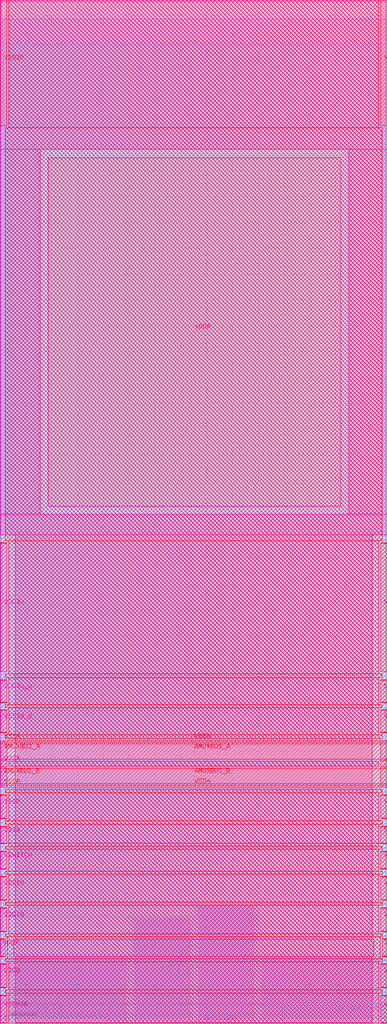
<source format=lef>
VERSION 5.7 ;
  NOWIREEXTENSIONATPIN ON ;
  DIVIDERCHAR "/" ;
  BUSBITCHARS "[]" ;
MACRO sky130_ef_io__vdda_lvc_pad
  CLASS PAD POWER ;
  FOREIGN sky130_ef_io__vdda_lvc_pad ;
  ORIGIN 0.000 0.000 ;
  SIZE 75.000 BY 197.965 ;
  PIN AMUXBUS_A
    DIRECTION INOUT ;
    USE SIGNAL ;
    PORT
      LAYER met4 ;
        RECT 0.000 51.090 75.000 54.070 ;
    END
    PORT
      LAYER met4 ;
        RECT 0.000 51.090 1.270 54.070 ;
    END
  END AMUXBUS_A
  PIN AMUXBUS_B
    DIRECTION INOUT ;
    USE SIGNAL ;
    PORT
      LAYER met4 ;
        RECT 0.000 46.330 75.000 49.310 ;
    END
    PORT
      LAYER met4 ;
        RECT 0.000 46.330 1.270 49.310 ;
    END
  END AMUXBUS_B
  PIN DRN_LVC1
    DIRECTION INOUT ;
    USE POWER ;
    PORT
      LAYER met3 ;
        RECT 26.000 -0.035 36.880 20.185 ;
    END
  END DRN_LVC1
  PIN DRN_LVC2
    DIRECTION INOUT ;
    USE POWER ;
    PORT
      LAYER met3 ;
        RECT 38.380 -0.035 49.255 22.865 ;
    END
  END DRN_LVC2
  PIN SRC_BDY_LVC1
    DIRECTION INOUT ;
    USE GROUND ;
    PORT
      LAYER met2 ;
        RECT 0.500 -0.035 20.495 1.450 ;
    END
  END SRC_BDY_LVC1
  PIN SRC_BDY_LVC2
    DIRECTION INOUT ;
    USE GROUND ;
    PORT
      LAYER met2 ;
        RECT 54.715 -0.035 74.700 3.625 ;
    END
  END SRC_BDY_LVC2
  PIN BDY2_B2B
    DIRECTION INOUT ;
    USE GROUND ;
    PORT
      LAYER met2 ;
        RECT 34.440 -0.035 44.440 0.290 ;
    END
  END BDY2_B2B
  PIN VSSA
    DIRECTION INOUT ;
    USE GROUND ;
    PORT
      LAYER met5 ;
        RECT 73.730 45.700 75.000 54.700 ;
    END
    PORT
      LAYER met5 ;
        RECT 73.730 34.805 75.000 38.050 ;
    END
    PORT
      LAYER met5 ;
        RECT 0.000 45.700 1.270 54.700 ;
    END
    PORT
      LAYER met5 ;
        RECT 0.000 34.805 1.270 38.050 ;
    END
    PORT
      LAYER met4 ;
        RECT 73.730 49.610 75.000 50.790 ;
    END
    PORT
      LAYER met4 ;
        RECT 0.000 54.370 75.000 54.700 ;
    END
    PORT
      LAYER met4 ;
        RECT 0.000 45.700 75.000 46.030 ;
    END
    PORT
      LAYER met4 ;
        RECT 73.730 34.700 75.000 38.150 ;
    END
    PORT
      LAYER met4 ;
        RECT 0.000 45.700 1.270 46.030 ;
    END
    PORT
      LAYER met4 ;
        RECT 0.000 49.610 1.270 50.790 ;
    END
    PORT
      LAYER met4 ;
        RECT 0.000 54.370 1.270 54.700 ;
    END
    PORT
      LAYER met4 ;
        RECT 0.000 34.700 1.270 38.150 ;
    END
  END VSSA
  PIN VDDA
    DIRECTION INOUT ;
    USE POWER ;
    PORT
      LAYER met3 ;
        RECT 50.755 -0.035 74.700 12.925 ;
    END
    PORT
      LAYER met3 ;
        RECT 0.500 -0.035 24.500 12.925 ;
    END
    PORT
      LAYER met5 ;
        RECT 74.035 13.000 75.000 16.250 ;
    END
    PORT
      LAYER met5 ;
        RECT 0.000 13.000 0.965 16.250 ;
    END
    PORT
      LAYER met4 ;
        RECT 74.035 12.900 75.000 16.350 ;
    END
    PORT
      LAYER met4 ;
        RECT 0.000 12.900 0.965 16.350 ;
    END
    PORT
      LAYER met5 ;
        RECT 9.315 100.105 65.955 167.535 ;
    END
  END VDDA
  PIN VSWITCH
    DIRECTION INOUT ;
    USE POWER ;
    PORT
      LAYER met5 ;
        RECT 73.730 29.950 75.000 33.200 ;
    END
    PORT
      LAYER met5 ;
        RECT 0.000 29.950 1.270 33.200 ;
    END
    PORT
      LAYER met4 ;
        RECT 73.730 29.850 75.000 33.300 ;
    END
    PORT
      LAYER met4 ;
        RECT 0.000 29.850 1.270 33.300 ;
    END
  END VSWITCH
  PIN VDDIO_Q
    DIRECTION INOUT ;
    USE POWER ;
    PORT
      LAYER met5 ;
        RECT 73.730 62.150 75.000 66.400 ;
    END
    PORT
      LAYER met5 ;
        RECT 0.000 62.150 1.270 66.400 ;
    END
    PORT
      LAYER met4 ;
        RECT 73.730 62.050 75.000 66.500 ;
    END
    PORT
      LAYER met4 ;
        RECT 0.000 62.050 1.270 66.500 ;
    END
  END VDDIO_Q
  PIN VCCHIB
    DIRECTION INOUT ;
    USE POWER ;
    PORT
      LAYER met5 ;
        RECT 73.730 0.100 75.000 5.350 ;
    END
    PORT
      LAYER met5 ;
        RECT 0.000 0.100 1.270 5.350 ;
    END
    PORT
      LAYER met4 ;
        RECT 73.730 0.000 75.000 5.450 ;
    END
    PORT
      LAYER met4 ;
        RECT 0.000 0.000 1.270 5.450 ;
    END
  END VCCHIB
  PIN VDDIO
    DIRECTION INOUT ;
    USE POWER ;
    PORT
      LAYER met5 ;
        RECT 73.730 68.000 75.000 92.950 ;
    END
    PORT
      LAYER met5 ;
        RECT 73.730 17.850 75.000 22.300 ;
    END
    PORT
      LAYER met5 ;
        RECT 0.000 68.000 1.270 92.950 ;
    END
    PORT
      LAYER met5 ;
        RECT 0.000 17.850 1.270 22.300 ;
    END
    PORT
      LAYER met4 ;
        RECT 73.730 17.750 75.000 22.400 ;
    END
    PORT
      LAYER met4 ;
        RECT 73.730 68.000 75.000 92.965 ;
    END
    PORT
      LAYER met4 ;
        RECT 0.000 17.750 1.270 22.400 ;
    END
    PORT
      LAYER met4 ;
        RECT 0.000 68.000 1.270 92.965 ;
    END
  END VDDIO
  PIN VCCD
    DIRECTION INOUT ;
    USE POWER ;
    PORT
      LAYER met5 ;
        RECT 73.730 6.950 75.000 11.400 ;
    END
    PORT
      LAYER met5 ;
        RECT 0.000 6.950 1.270 11.400 ;
    END
    PORT
      LAYER met4 ;
        RECT 73.730 6.850 75.000 11.500 ;
    END
    PORT
      LAYER met4 ;
        RECT 0.000 6.850 1.270 11.500 ;
    END
  END VCCD
  PIN VSSIO
    DIRECTION INOUT ;
    USE GROUND ;
    PORT
      LAYER met5 ;
        RECT 73.730 23.900 75.000 28.350 ;
    END
    PORT
      LAYER met5 ;
        RECT 0.000 23.900 1.270 28.350 ;
    END
    PORT
      LAYER met4 ;
        RECT 73.730 23.800 75.000 28.450 ;
    END
    PORT
      LAYER met4 ;
        RECT 73.730 173.750 75.000 197.965 ;
    END
    PORT
      LAYER met4 ;
        RECT 0.000 173.750 1.270 197.965 ;
    END
    PORT
      LAYER met4 ;
        RECT 0.000 23.800 1.270 28.450 ;
    END
  END VSSIO
  PIN VSSD
    DIRECTION INOUT ;
    USE GROUND ;
    PORT
      LAYER met5 ;
        RECT 73.730 39.650 75.000 44.100 ;
    END
    PORT
      LAYER met5 ;
        RECT 0.000 39.650 1.270 44.100 ;
    END
    PORT
      LAYER met4 ;
        RECT 73.730 39.550 75.000 44.200 ;
    END
    PORT
      LAYER met4 ;
        RECT 0.000 39.550 1.270 44.200 ;
    END
  END VSSD
  PIN VSSIO_Q
    DIRECTION INOUT ;
    USE GROUND ;
    PORT
      LAYER met5 ;
        RECT 73.730 56.300 75.000 60.550 ;
    END
    PORT
      LAYER met5 ;
        RECT 0.000 56.300 1.270 60.550 ;
    END
    PORT
      LAYER met4 ;
        RECT 73.730 56.200 75.000 60.650 ;
    END
    PORT
      LAYER met4 ;
        RECT 0.000 56.200 1.270 60.650 ;
    END
  END VSSIO_Q
  OBS
      LAYER li1 ;
        RECT 0.240 0.985 74.755 197.745 ;
      LAYER met1 ;
        RECT 0.120 0.000 74.785 197.805 ;
        RECT 16.655 -0.035 25.635 0.000 ;
        POLYGON 25.635 0.000 25.670 0.000 25.635 -0.035 ;
        RECT 26.210 -0.035 27.700 0.000 ;
        POLYGON 28.235 0.000 28.270 0.000 28.270 -0.035 ;
        RECT 28.270 -0.035 56.565 0.000 ;
      LAYER met2 ;
        RECT 0.490 3.905 74.700 194.395 ;
        RECT 0.490 3.625 54.435 3.905 ;
        RECT 0.490 1.730 54.715 3.625 ;
        RECT 20.775 0.570 54.715 1.730 ;
        RECT 20.775 0.005 34.160 0.570 ;
        RECT 44.720 0.005 54.715 0.570 ;
        RECT 20.775 0.000 34.440 0.005 ;
        RECT 20.925 -0.035 34.440 0.000 ;
        RECT 44.440 0.000 54.715 0.005 ;
        RECT 44.440 -0.035 53.535 0.000 ;
        RECT 54.095 -0.035 54.715 0.000 ;
      LAYER met3 ;
        RECT 0.490 23.265 74.700 189.480 ;
        RECT 0.490 20.585 37.980 23.265 ;
        RECT 0.490 13.325 25.600 20.585 ;
        RECT 24.900 0.000 25.600 13.325 ;
        RECT 37.280 0.000 37.980 20.585 ;
        RECT 49.655 13.325 74.700 23.265 ;
        RECT 49.655 0.000 50.355 13.325 ;
      LAYER met4 ;
        RECT 1.670 173.350 73.330 197.965 ;
        RECT 0.965 93.365 74.035 173.350 ;
        RECT 1.670 67.600 73.330 93.365 ;
        RECT 0.965 66.900 74.035 67.600 ;
        RECT 1.670 61.650 73.330 66.900 ;
        RECT 0.965 61.050 74.035 61.650 ;
        RECT 1.670 55.800 73.330 61.050 ;
        RECT 0.965 55.100 74.035 55.800 ;
        RECT 1.670 49.710 73.330 50.690 ;
        RECT 0.965 44.600 74.035 45.300 ;
        RECT 1.670 39.150 73.330 44.600 ;
        RECT 0.965 38.550 74.035 39.150 ;
        RECT 1.670 34.300 73.330 38.550 ;
        RECT 0.965 33.700 74.035 34.300 ;
        RECT 1.670 29.450 73.330 33.700 ;
        RECT 0.965 28.850 74.035 29.450 ;
        RECT 1.670 23.400 73.330 28.850 ;
        RECT 0.965 22.800 74.035 23.400 ;
        RECT 1.670 17.350 73.330 22.800 ;
        RECT 0.965 16.750 74.035 17.350 ;
        RECT 1.365 12.500 73.635 16.750 ;
        RECT 0.965 11.900 74.035 12.500 ;
        RECT 1.670 6.450 73.330 11.900 ;
        RECT 0.965 5.850 74.035 6.450 ;
        RECT 1.670 0.000 73.330 5.850 ;
      LAYER met5 ;
        RECT 0.000 169.135 75.000 197.965 ;
        RECT 0.000 98.505 7.715 169.135 ;
        RECT 67.555 98.505 75.000 169.135 ;
        RECT 0.000 94.550 75.000 98.505 ;
        RECT 2.870 34.805 72.130 94.550 ;
        RECT 0.000 34.800 75.000 34.805 ;
        RECT 2.870 16.250 72.130 34.800 ;
        RECT 2.565 13.000 72.435 16.250 ;
        RECT 2.870 0.100 72.130 13.000 ;
  END
END sky130_ef_io__vdda_lvc_pad
END LIBRARY


</source>
